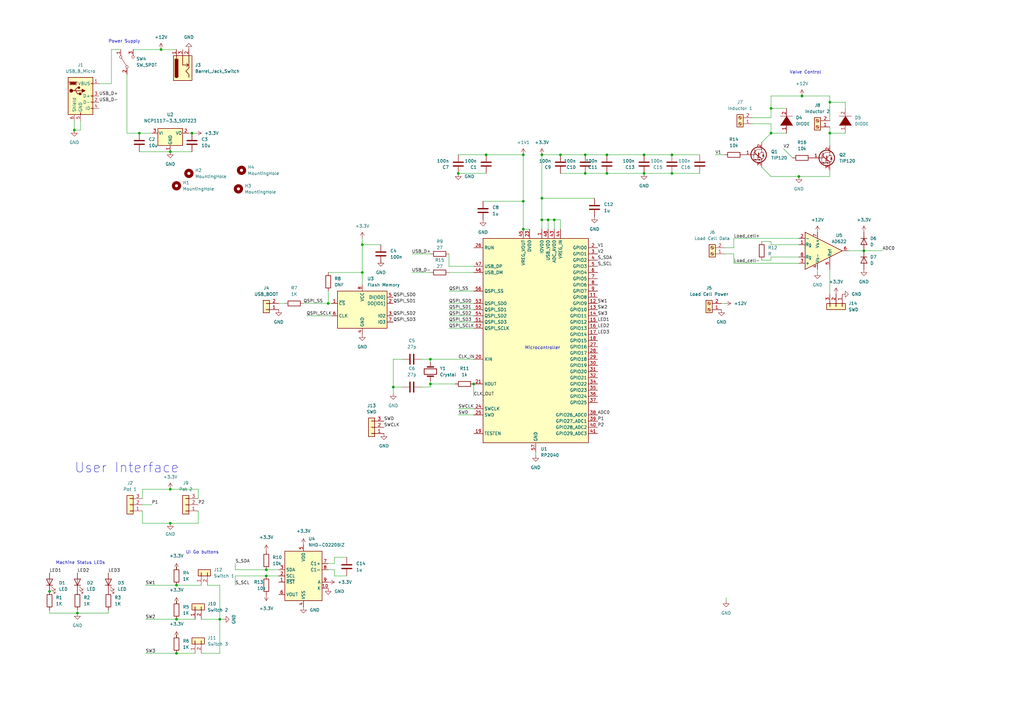
<source format=kicad_sch>
(kicad_sch (version 20211123) (generator eeschema)
  (paper "A3")
  (lib_symbols
    (symbol "Amplifier_Instrumentation:AD620" (pin_names (offset 0.127))
      (property "Reference" "U" (at 3.81 7.62 0))
      (property "Value" "AD620" (at 5.08 5.08 0))
      (symbol "AD620_1_1"
        (pin passive line (at -10.16 2.54 0) (length 2.54) (name "Rg") (number "1"))
        (pin input line (at -10.16 5.08 0) (length 2.54) (name "-") (number "2"))
        (pin input line (at -10.16 -5.08 0) (length 2.54) (name "+") (number "3"))
        (pin power_in line (at -2.54 -7.62 90) (length 2.54) (name "Vs-") (number "4"))
        (pin passive line (at 2.54 -7.62 90) (length 5.08) (name "Ref") (number "5"))
        (pin output line (at 10.16 0 180) (length 2.54) (name "~") (number "6"))
        (pin power_in line (at -2.54 7.62 270) (length 2.54) (name "Vs+") (number "7"))
        (pin passive line (at -10.16 -2.54 0) (length 2.54) (name "Rg") (number "8"))
      )
    )
    (symbol "Connector:Barrel_Jack_Switch" (pin_names hide)
      (property "Reference" "J" (at 0 5.334 0))
      (property "Value" "Barrel_Jack_Switch" (at 0 -5.08 0))
      (symbol "Barrel_Jack_Switch_1_1"
        (pin passive line (at 7.62 2.54 180) (length 2.54) (name "~") (number "1"))
        (pin passive line (at 7.62 -2.54 180) (length 2.54) (name "~") (number "2"))
        (pin passive line (at 7.62 0 180) (length 2.54) (name "~") (number "3"))
      )
    )
    (symbol "Connector:Screw_Terminal_01x02" (pin_names (offset 1.016) hide)
      (property "Reference" "J" (at 0 2.54 0))
      (property "Value" "Screw_Terminal_01x02" (at 0 -5.08 0))
      (symbol "Screw_Terminal_01x02_1_1"
        (pin passive line (at -5.08 0 0) (length 3.81) (name "Pin_1") (number "1"))
        (pin passive line (at -5.08 -2.54 0) (length 3.81) (name "Pin_2") (number "2"))
      )
    )
    (symbol "Connector:USB_B_Micro" (pin_names (offset 1.016))
      (property "Reference" "J" (at -5.08 11.43 0))
      (property "Value" "USB_B_Micro" (at -5.08 8.89 0))
      (symbol "USB_B_Micro_1_1"
        (pin power_out line (at 7.62 5.08 180) (length 2.54) (name "VBUS") (number "1"))
        (pin bidirectional line (at 7.62 -2.54 180) (length 2.54) (name "D-") (number "2"))
        (pin bidirectional line (at 7.62 0 180) (length 2.54) (name "D+") (number "3"))
        (pin passive line (at 7.62 -5.08 180) (length 2.54) (name "ID") (number "4"))
        (pin power_out line (at 0 -10.16 90) (length 2.54) (name "GND") (number "5"))
        (pin passive line (at -2.54 -10.16 90) (length 2.54) (name "Shield") (number "6"))
      )
    )
    (symbol "Connector_Generic:Conn_01x02" (pin_names (offset 1.016) hide)
      (property "Reference" "J" (at 0 2.54 0))
      (property "Value" "Conn_01x02" (at 0 -5.08 0))
      (symbol "Conn_01x02_1_1"
        (pin passive line (at -5.08 0 0) (length 3.81) (name "Pin_1") (number "1"))
        (pin passive line (at -5.08 -2.54 0) (length 3.81) (name "Pin_2") (number "2"))
      )
    )
    (symbol "Connector_Generic:Conn_01x03" (pin_names (offset 1.016) hide)
      (property "Reference" "J" (at 0 5.08 0))
      (property "Value" "Conn_01x03" (at 0 -5.08 0))
      (symbol "Conn_01x03_1_1"
        (pin passive line (at -5.08 2.54 0) (length 3.81) (name "Pin_1") (number "1"))
        (pin passive line (at -5.08 0 0) (length 3.81) (name "Pin_2") (number "2"))
        (pin passive line (at -5.08 -2.54 0) (length 3.81) (name "Pin_3") (number "3"))
      )
    )
    (symbol "Device:C" (pin_numbers hide) (pin_names (offset 0.254))
      (property "Reference" "C" (at 0.635 2.54 0))
      (property "Value" "C" (at 0.635 -2.54 0))
      (symbol "C_1_1"
        (pin passive line (at 0 3.81 270) (length 2.794) (name "~") (number "1"))
        (pin passive line (at 0 -3.81 90) (length 2.794) (name "~") (number "2"))
      )
    )
    (symbol "Device:Crystal" (pin_numbers hide) (pin_names (offset 1.016) hide)
      (property "Reference" "Y" (at 0 3.81 0))
      (property "Value" "Crystal" (at 0 -3.81 0))
      (symbol "Crystal_1_1"
        (pin passive line (at -3.81 0 0) (length 1.27) (name "1") (number "1"))
        (pin passive line (at 3.81 0 180) (length 1.27) (name "2") (number "2"))
      )
    )
    (symbol "Device:D" (pin_numbers hide) (pin_names (offset 1.016) hide)
      (property "Reference" "D" (at 0 2.54 0))
      (property "Value" "D" (at 0 -2.54 0))
      (symbol "D_1_1"
        (pin passive line (at -3.81 0 0) (length 2.54) (name "K") (number "1"))
        (pin passive line (at 3.81 0 180) (length 2.54) (name "A") (number "2"))
      )
    )
    (symbol "Device:LED" (pin_numbers hide) (pin_names (offset 1.016) hide)
      (property "Reference" "D" (at 0 2.54 0))
      (property "Value" "LED" (at 0 -2.54 0))
      (symbol "LED_1_1"
        (pin passive line (at -3.81 0 0) (length 2.54) (name "K") (number "1"))
        (pin passive line (at 3.81 0 180) (length 2.54) (name "A") (number "2"))
      )
    )
    (symbol "Device:R" (pin_numbers hide) (pin_names (offset 0))
      (property "Reference" "R" (at 2.032 0 90))
      (property "Value" "R" (at 0 0 90))
      (symbol "R_1_1"
        (pin passive line (at 0 3.81 270) (length 1.27) (name "~") (number "1"))
        (pin passive line (at 0 -3.81 90) (length 1.27) (name "~") (number "2"))
      )
    )
    (symbol "Display_Character:NHD-C0220BIZ"
      (property "Reference" "U" (at -6.35 11.43 0))
      (property "Value" "NHD-C0220BIZ" (at 8.89 11.43 0))
      (symbol "NHD-C0220BIZ_1_1"
        (pin input line (at -10.16 -2.54 0) (length 2.54) (name "~{RST}") (number "1"))
        (pin passive line (at 10.16 -5.08 180) (length 2.54) (name "K") (number "10"))
        (pin input line (at -10.16 0 0) (length 2.54) (name "SCL") (number "2"))
        (pin bidirectional line (at -10.16 2.54 0) (length 2.54) (name "SDA") (number "3"))
        (pin power_in line (at 0 -12.7 90) (length 2.54) (name "VSS") (number "4"))
        (pin power_in line (at 0 12.7 270) (length 2.54) (name "VDD") (number "5"))
        (pin passive line (at -10.16 -7.62 0) (length 2.54) (name "VOUT") (number "6"))
        (pin passive line (at 10.16 5.08 180) (length 2.54) (name "C1+") (number "7"))
        (pin passive line (at 10.16 2.54 180) (length 2.54) (name "C1-") (number "8"))
        (pin passive line (at 10.16 -2.54 180) (length 2.54) (name "A") (number "9"))
      )
    )
    (symbol "MCU_RaspberryPi:RP2040"
      (property "Reference" "U" (at 17.78 45.72 0))
      (property "Value" "RP2040" (at 17.78 43.18 0))
      (symbol "RP2040_1_1"
        (pin power_in line (at 2.54 45.72 270) (length 3.81) (name "IOVDD") (number "1"))
        (pin passive line (at 2.54 45.72 270) (length 3.81) hide (name "IOVDD") (number "10"))
        (pin bidirectional line (at 25.4 17.78 180) (length 3.81) (name "GPIO8") (number "11"))
        (pin bidirectional line (at 25.4 15.24 180) (length 3.81) (name "GPIO9") (number "12"))
        (pin bidirectional line (at 25.4 12.7 180) (length 3.81) (name "GPIO10") (number "13"))
        (pin bidirectional line (at 25.4 10.16 180) (length 3.81) (name "GPIO11") (number "14"))
        (pin bidirectional line (at 25.4 7.62 180) (length 3.81) (name "GPIO12") (number "15"))
        (pin bidirectional line (at 25.4 5.08 180) (length 3.81) (name "GPIO13") (number "16"))
        (pin bidirectional line (at 25.4 2.54 180) (length 3.81) (name "GPIO14") (number "17"))
        (pin bidirectional line (at 25.4 0 180) (length 3.81) (name "GPIO15") (number "18"))
        (pin input line (at -25.4 -38.1 0) (length 3.81) (name "TESTEN") (number "19"))
        (pin bidirectional line (at 25.4 38.1 180) (length 3.81) (name "GPIO0") (number "2"))
        (pin input line (at -25.4 -7.62 0) (length 3.81) (name "XIN") (number "20"))
        (pin passive line (at -25.4 -17.78 0) (length 3.81) (name "XOUT") (number "21"))
        (pin passive line (at 2.54 45.72 270) (length 3.81) hide (name "IOVDD") (number "22"))
        (pin power_in line (at -2.54 45.72 270) (length 3.81) (name "DVDD") (number "23"))
        (pin output line (at -25.4 -27.94 0) (length 3.81) (name "SWCLK") (number "24"))
        (pin bidirectional line (at -25.4 -30.48 0) (length 3.81) (name "SWD") (number "25"))
        (pin input line (at -25.4 38.1 0) (length 3.81) (name "RUN") (number "26"))
        (pin bidirectional line (at 25.4 -2.54 180) (length 3.81) (name "GPIO16") (number "27"))
        (pin bidirectional line (at 25.4 -5.08 180) (length 3.81) (name "GPIO17") (number "28"))
        (pin bidirectional line (at 25.4 -7.62 180) (length 3.81) (name "GPIO18") (number "29"))
        (pin bidirectional line (at 25.4 35.56 180) (length 3.81) (name "GPIO1") (number "3"))
        (pin bidirectional line (at 25.4 -10.16 180) (length 3.81) (name "GPIO19") (number "30"))
        (pin bidirectional line (at 25.4 -12.7 180) (length 3.81) (name "GPIO20") (number "31"))
        (pin bidirectional line (at 25.4 -15.24 180) (length 3.81) (name "GPIO21") (number "32"))
        (pin passive line (at 2.54 45.72 270) (length 3.81) hide (name "IOVDD") (number "33"))
        (pin bidirectional line (at 25.4 -17.78 180) (length 3.81) (name "GPIO22") (number "34"))
        (pin bidirectional line (at 25.4 -20.32 180) (length 3.81) (name "GPIO23") (number "35"))
        (pin bidirectional line (at 25.4 -22.86 180) (length 3.81) (name "GPIO24") (number "36"))
        (pin bidirectional line (at 25.4 -25.4 180) (length 3.81) (name "GPIO25") (number "37"))
        (pin bidirectional line (at 25.4 -30.48 180) (length 3.81) (name "GPIO26_ADC0") (number "38"))
        (pin bidirectional line (at 25.4 -33.02 180) (length 3.81) (name "GPIO27_ADC1") (number "39"))
        (pin bidirectional line (at 25.4 33.02 180) (length 3.81) (name "GPIO2") (number "4"))
        (pin bidirectional line (at 25.4 -35.56 180) (length 3.81) (name "GPIO28_ADC2") (number "40"))
        (pin bidirectional line (at 25.4 -38.1 180) (length 3.81) (name "GPIO29_ADC3") (number "41"))
        (pin passive line (at 2.54 45.72 270) (length 3.81) hide (name "IOVDD") (number "42"))
        (pin power_in line (at 7.62 45.72 270) (length 3.81) (name "ADC_AVDD") (number "43"))
        (pin power_in line (at 10.16 45.72 270) (length 3.81) (name "VREG_IN") (number "44"))
        (pin power_out line (at -5.08 45.72 270) (length 3.81) (name "VREG_VOUT") (number "45"))
        (pin bidirectional line (at -25.4 27.94 0) (length 3.81) (name "USB_DM") (number "46"))
        (pin bidirectional line (at -25.4 30.48 0) (length 3.81) (name "USB_DP") (number "47"))
        (pin power_in line (at 5.08 45.72 270) (length 3.81) (name "USB_VDD") (number "48"))
        (pin passive line (at 2.54 45.72 270) (length 3.81) hide (name "IOVDD") (number "49"))
        (pin bidirectional line (at 25.4 30.48 180) (length 3.81) (name "GPIO3") (number "5"))
        (pin passive line (at -2.54 45.72 270) (length 3.81) hide (name "DVDD") (number "50"))
        (pin bidirectional line (at -25.4 7.62 0) (length 3.81) (name "QSPI_SD3") (number "51"))
        (pin output line (at -25.4 5.08 0) (length 3.81) (name "QSPI_SCLK") (number "52"))
        (pin bidirectional line (at -25.4 15.24 0) (length 3.81) (name "QSPI_SD0") (number "53"))
        (pin bidirectional line (at -25.4 10.16 0) (length 3.81) (name "QSPI_SD2") (number "54"))
        (pin bidirectional line (at -25.4 12.7 0) (length 3.81) (name "QSPI_SD1") (number "55"))
        (pin bidirectional line (at -25.4 20.32 0) (length 3.81) (name "QSPI_SS") (number "56"))
        (pin power_in line (at 0 -45.72 90) (length 3.81) (name "GND") (number "57"))
        (pin bidirectional line (at 25.4 27.94 180) (length 3.81) (name "GPIO4") (number "6"))
        (pin bidirectional line (at 25.4 25.4 180) (length 3.81) (name "GPIO5") (number "7"))
        (pin bidirectional line (at 25.4 22.86 180) (length 3.81) (name "GPIO6") (number "8"))
        (pin bidirectional line (at 25.4 20.32 180) (length 3.81) (name "GPIO7") (number "9"))
      )
    )
    (symbol "Mechanical:MountingHole" (pin_names (offset 1.016))
      (property "Reference" "H" (at 0 5.08 0))
      (property "Value" "MountingHole" (at 0 3.175 0))
    )
    (symbol "Memory_Flash:W25Q32JVSS"
      (property "Reference" "U" (at -8.89 8.89 0))
      (property "Value" "W25Q32JVSS" (at 7.62 8.89 0))
      (symbol "W25Q32JVSS_1_1"
        (pin input line (at -12.7 2.54 0) (length 2.54) (name "~{CS}") (number "1"))
        (pin bidirectional line (at 12.7 2.54 180) (length 2.54) (name "DO(IO1)") (number "2"))
        (pin bidirectional line (at 12.7 -2.54 180) (length 2.54) (name "IO2") (number "3"))
        (pin power_in line (at 0 -10.16 90) (length 2.54) (name "GND") (number "4"))
        (pin bidirectional line (at 12.7 5.08 180) (length 2.54) (name "DI(IO0)") (number "5"))
        (pin input line (at -12.7 -2.54 0) (length 2.54) (name "CLK") (number "6"))
        (pin bidirectional line (at 12.7 -5.08 180) (length 2.54) (name "IO3") (number "7"))
        (pin power_in line (at 0 10.16 270) (length 2.54) (name "VCC") (number "8"))
      )
    )
    (symbol "Regulator_Linear:NCP1117-3.3_SOT223" (pin_names (offset 0.254))
      (property "Reference" "U" (at -3.81 3.175 0))
      (property "Value" "NCP1117-3.3_SOT223" (at 0 3.175 0))
      (symbol "NCP1117-3.3_SOT223_1_1"
        (pin power_in line (at 0 -7.62 90) (length 2.54) (name "GND") (number "1"))
        (pin power_out line (at 7.62 0 180) (length 2.54) (name "VO") (number "2"))
        (pin power_in line (at -7.62 0 0) (length 2.54) (name "VI") (number "3"))
      )
    )
    (symbol "Switch:SW_SPDT" (pin_names (offset 0) hide)
      (property "Reference" "SW" (at 0 4.318 0))
      (property "Value" "SW_SPDT" (at 0 -5.08 0))
      (symbol "SW_SPDT_1_1"
        (pin passive line (at 5.08 2.54 180) (length 2.54) (name "A") (number "1"))
        (pin passive line (at -5.08 0 0) (length 2.54) (name "B") (number "2"))
        (pin passive line (at 5.08 -2.54 180) (length 2.54) (name "C") (number "3"))
      )
    )
    (symbol "Transistor_BJT:TIP120" (pin_names (offset 0) hide)
      (property "Reference" "Q" (at 5.08 1.905 0))
      (property "Value" "TIP120" (at 5.08 0 0))
      (symbol "TIP120_1_1"
        (pin input line (at -5.08 0 0) (length 3.81) (name "B") (number "1"))
        (pin passive line (at 2.54 5.08 270) (length 2.667) (name "C") (number "2"))
        (pin passive line (at 2.54 -5.08 90) (length 2.54) (name "E") (number "3"))
      )
    )
    (symbol "power:+12V" (power) (pin_names (offset 0))
      (property "Value" "+12V" (at 0 3.556 0))
      (symbol "+12V_1_1"
        (pin power_in line (at 0 0 90) (length 0) hide (name "+12V") (number "1"))
      )
    )
    (symbol "power:+1V1" (power) (pin_names (offset 0))
      (property "Value" "+1.1V" (at 0 5.08 0))
      (symbol "+1V1_1_1"
        (pin power_in line (at 0 0 90) (length 0) hide (name "+1V1") (number "1"))
      )
    )
    (symbol "power:+3.3V" (power) (pin_names (offset 0))
      (property "Value" "+3.3V" (at 0 3.556 0))
      (symbol "+3.3V_1_1"
        (pin power_in line (at 0 0 90) (length 0) hide (name "+3.3V") (number "1"))
      )
    )
    (symbol "power:GND" (power) (pin_names (offset 0))
      (property "Value" "GND" (at 0 -3.81 0))
      (symbol "GND_1_1"
        (pin power_in line (at 0 0 270) (length 0) hide (name "GND") (number "1"))
      )
    )
    (symbol "pspice:DIODE" (pin_names (offset 1.016) hide)
      (property "Reference" "D" (at 0 3.81 0))
      (property "Value" "DIODE" (at 0 -4.445 0))
      (symbol "DIODE_1_1"
        (pin input line (at -5.08 0 0) (length 3.81) (name "K") (number "1"))
        (pin input line (at 5.08 0 180) (length 3.81) (name "A") (number "2"))
      )
    )
  )
  (junction (at 248.92 71.12))
  (junction (at 194.31 157.48))
  (junction (at 69.85 214.63))
  (junction (at 187.96 71.12))
  (junction (at 176.53 157.48))
  (junction (at 69.85 62.23))
  (junction (at 240.03 71.12))
  (junction (at 31.75 251.46))
  (junction (at 316.23 54.61))
  (junction (at 229.87 63.5))
  (junction (at 214.63 93.98))
  (junction (at 148.59 100.33))
  (junction (at 222.25 63.5))
  (junction (at 30.48 53.34))
  (junction (at 90.17 254))
  (junction (at 109.22 236.22))
  (junction (at 134.62 124.46))
  (junction (at 240.03 63.5))
  (junction (at 72.39 254))
  (junction (at 275.59 71.12))
  (junction (at 264.16 71.12))
  (junction (at 161.29 158.75))
  (junction (at 109.22 233.68))
  (junction (at 340.36 54.61))
  (junction (at 72.39 267.97))
  (junction (at 222.25 90.17))
  (junction (at 176.53 147.32))
  (junction (at 20.32 242.57))
  (junction (at 214.63 82.55))
  (junction (at 72.39 240.03))
  (junction (at 354.33 102.87))
  (junction (at 66.04 20.32))
  (junction (at 328.93 39.37))
  (junction (at 248.92 63.5))
  (junction (at 69.85 200.66))
  (junction (at 199.39 63.5))
  (junction (at 57.15 54.61))
  (junction (at 340.36 41.91))
  (junction (at 78.74 54.61))
  (junction (at 264.16 63.5))
  (junction (at 275.59 63.5))
  (junction (at 148.59 111.76))
  (junction (at 222.25 81.28))
  (junction (at 316.23 44.45))
  (junction (at 227.33 90.17))
  (junction (at 327.66 72.39))
  (junction (at 214.63 63.5))
  (junction (at 224.79 90.17))
  (wire (pts (xy 176.53 158.75) (xy 176.53 157.48)))
  (wire (pts (xy 109.22 236.22) (xy 96.52 236.22)))
  (wire (pts (xy 96.52 233.68) (xy 109.22 233.68)))
  (wire (pts (xy 124.46 124.46) (xy 134.62 124.46)))
  (wire (pts (xy 134.62 124.46) (xy 135.89 124.46)))
  (wire (pts (xy 222.25 81.28) (xy 222.25 90.17)))
  (wire (pts (xy 229.87 71.12) (xy 240.03 71.12)))
  (wire (pts (xy 66.04 20.32) (xy 54.61 20.32)))
  (wire (pts (xy 316.23 44.45) (xy 322.58 44.45)))
  (wire (pts (xy 340.36 41.91) (xy 346.71 41.91)))
  (wire (pts (xy 59.69 254) (xy 72.39 254)))
  (wire (pts (xy 327.66 105.41) (xy 316.23 105.41)))
  (wire (pts (xy 187.96 167.64) (xy 194.31 167.64)))
  (wire (pts (xy 297.18 104.14) (xy 300.99 104.14)))
  (wire (pts (xy 222.25 63.5) (xy 222.25 81.28)))
  (wire (pts (xy 176.53 157.48) (xy 186.69 157.48)))
  (wire (pts (xy 90.17 240.03) (xy 90.17 254)))
  (wire (pts (xy 214.63 93.98) (xy 217.17 93.98)))
  (wire (pts (xy 82.55 254) (xy 90.17 254)))
  (wire (pts (xy 90.17 254) (xy 91.44 254)))
  (wire (pts (xy 57.15 62.23) (xy 69.85 62.23)))
  (wire (pts (xy 58.42 209.55) (xy 58.42 214.63)))
  (wire (pts (xy 45.72 20.32) (xy 49.53 20.32)))
  (wire (pts (xy 184.15 119.38) (xy 194.31 119.38)))
  (wire (pts (xy 340.36 39.37) (xy 340.36 41.91)))
  (wire (pts (xy 72.39 240.03) (xy 82.55 240.03)))
  (wire (pts (xy 31.75 251.46) (xy 44.45 251.46)))
  (wire (pts (xy 264.16 71.12) (xy 275.59 71.12)))
  (wire (pts (xy 57.15 54.61) (xy 62.23 54.61)))
  (wire (pts (xy 316.23 48.26) (xy 308.61 48.26)))
  (wire (pts (xy 316.23 44.45) (xy 316.23 48.26)))
  (wire (pts (xy 31.75 250.19) (xy 31.75 251.46)))
  (wire (pts (xy 340.36 52.07) (xy 340.36 54.61)))
  (wire (pts (xy 72.39 254) (xy 80.01 254)))
  (wire (pts (xy 275.59 63.5) (xy 287.02 63.5)))
  (wire (pts (xy 340.36 110.49) (xy 340.36 120.65)))
  (wire (pts (xy 96.52 236.22) (xy 96.52 240.03)))
  (wire (pts (xy 312.42 68.58) (xy 316.23 72.39)))
  (wire (pts (xy 347.98 102.87) (xy 354.33 102.87)))
  (wire (pts (xy 168.91 104.14) (xy 176.53 104.14)))
  (wire (pts (xy 82.55 267.97) (xy 90.17 267.97)))
  (wire (pts (xy 340.36 41.91) (xy 340.36 49.53)))
  (wire (pts (xy 300.99 104.14) (xy 300.99 107.95)))
  (wire (pts (xy 297.815 246.38) (xy 297.815 245.11)))
  (wire (pts (xy 59.69 240.03) (xy 72.39 240.03)))
  (wire (pts (xy 165.1 147.32) (xy 161.29 147.32)))
  (wire (pts (xy 109.22 233.68) (xy 114.3 233.68)))
  (wire (pts (xy 134.62 233.68) (xy 137.16 233.68)))
  (wire (pts (xy 66.04 20.32) (xy 72.39 20.32)))
  (wire (pts (xy 184.15 132.08) (xy 194.31 132.08)))
  (wire (pts (xy 316.23 44.45) (xy 316.23 39.37)))
  (wire (pts (xy 58.42 214.63) (xy 69.85 214.63)))
  (wire (pts (xy 69.85 214.63) (xy 81.28 214.63)))
  (wire (pts (xy 134.62 231.14) (xy 137.16 231.14)))
  (wire (pts (xy 148.59 100.33) (xy 156.21 100.33)))
  (wire (pts (xy 300.99 107.95) (xy 327.66 107.95)))
  (wire (pts (xy 52.07 30.48) (xy 52.07 54.61)))
  (wire (pts (xy 156.21 106.68) (xy 156.21 107.95)))
  (wire (pts (xy 184.15 127) (xy 194.31 127)))
  (wire (pts (xy 240.03 63.5) (xy 248.92 63.5)))
  (wire (pts (xy 90.17 267.97) (xy 90.17 254)))
  (wire (pts (xy 316.23 105.41) (xy 316.23 106.68)))
  (wire (pts (xy 248.92 63.5) (xy 264.16 63.5)))
  (wire (pts (xy 316.23 50.8) (xy 308.61 50.8)))
  (wire (pts (xy 219.71 186.69) (xy 219.71 185.42)))
  (wire (pts (xy 194.31 162.56) (xy 194.31 157.48)))
  (wire (pts (xy 199.39 63.5) (xy 214.63 63.5)))
  (wire (pts (xy 248.92 71.12) (xy 264.16 71.12)))
  (wire (pts (xy 72.39 232.41) (xy 72.39 233.68)))
  (wire (pts (xy 264.16 63.5) (xy 275.59 63.5)))
  (wire (pts (xy 148.59 100.33) (xy 148.59 111.76)))
  (wire (pts (xy 316.23 39.37) (xy 328.93 39.37)))
  (wire (pts (xy 33.02 49.53) (xy 33.02 53.34)))
  (wire (pts (xy 316.23 54.61) (xy 322.58 54.61)))
  (wire (pts (xy 72.39 260.35) (xy 72.39 261.62)))
  (wire (pts (xy 137.16 228.6) (xy 142.24 228.6)))
  (wire (pts (xy 161.29 158.75) (xy 165.1 158.75)))
  (wire (pts (xy 346.71 41.91) (xy 346.71 44.45)))
  (wire (pts (xy 187.96 63.5) (xy 199.39 63.5)))
  (wire (pts (xy 85.09 240.03) (xy 90.17 240.03)))
  (wire (pts (xy 184.15 129.54) (xy 194.31 129.54)))
  (wire (pts (xy 214.63 63.5) (xy 214.63 82.55)))
  (wire (pts (xy 30.48 49.53) (xy 30.48 53.34)))
  (wire (pts (xy 114.3 124.46) (xy 116.84 124.46)))
  (wire (pts (xy 229.87 90.17) (xy 227.33 90.17)))
  (wire (pts (xy 78.74 54.61) (xy 77.47 54.61)))
  (wire (pts (xy 316.23 72.39) (xy 327.66 72.39)))
  (wire (pts (xy 316.23 99.06) (xy 312.42 99.06)))
  (wire (pts (xy 327.66 72.39) (xy 340.36 72.39)))
  (wire (pts (xy 229.87 90.17) (xy 229.87 93.98)))
  (wire (pts (xy 340.36 69.85) (xy 340.36 72.39)))
  (wire (pts (xy 224.79 90.17) (xy 222.25 90.17)))
  (wire (pts (xy 45.72 20.32) (xy 45.72 34.29)))
  (wire (pts (xy 227.33 90.17) (xy 224.79 90.17)))
  (wire (pts (xy 354.33 102.87) (xy 361.95 102.87)))
  (wire (pts (xy 137.16 231.14) (xy 137.16 228.6)))
  (wire (pts (xy 148.59 97.79) (xy 148.59 100.33)))
  (wire (pts (xy 335.28 111.76) (xy 335.28 110.49)))
  (wire (pts (xy 214.63 82.55) (xy 214.63 93.98)))
  (wire (pts (xy 184.15 111.76) (xy 194.31 111.76)))
  (wire (pts (xy 297.18 101.6) (xy 300.99 101.6)))
  (wire (pts (xy 137.16 233.68) (xy 137.16 236.22)))
  (wire (pts (xy 44.45 251.46) (xy 44.45 250.19)))
  (wire (pts (xy 295.91 124.46) (xy 297.18 124.46)))
  (wire (pts (xy 134.62 119.38) (xy 134.62 124.46)))
  (wire (pts (xy 224.79 93.98) (xy 224.79 90.17)))
  (wire (pts (xy 161.29 147.32) (xy 161.29 158.75)))
  (wire (pts (xy 69.85 62.23) (xy 78.74 62.23)))
  (wire (pts (xy 327.66 100.33) (xy 316.23 100.33)))
  (wire (pts (xy 20.32 251.46) (xy 31.75 251.46)))
  (wire (pts (xy 168.91 111.76) (xy 176.53 111.76)))
  (wire (pts (xy 80.01 54.61) (xy 78.74 54.61)))
  (wire (pts (xy 69.85 200.66) (xy 81.28 200.66)))
  (wire (pts (xy 176.53 147.32) (xy 176.53 148.59)))
  (wire (pts (xy 58.42 207.01) (xy 62.23 207.01)))
  (wire (pts (xy 222.25 81.28) (xy 243.84 81.28)))
  (wire (pts (xy 293.37 63.5) (xy 297.18 63.5)))
  (wire (pts (xy 125.73 129.54) (xy 135.89 129.54)))
  (wire (pts (xy 40.64 34.29) (xy 45.72 34.29)))
  (wire (pts (xy 187.96 170.18) (xy 194.31 170.18)))
  (wire (pts (xy 96.52 233.68) (xy 96.52 231.14)))
  (wire (pts (xy 52.07 54.61) (xy 57.15 54.61)))
  (wire (pts (xy 316.23 50.8) (xy 316.23 54.61)))
  (wire (pts (xy 300.99 101.6) (xy 300.99 97.79)))
  (wire (pts (xy 20.32 242.57) (xy 20.32 242.5959)))
  (wire (pts (xy 72.39 246.38) (xy 72.39 247.65)))
  (wire (pts (xy 20.32 250.19) (xy 20.32 251.46)))
  (wire (pts (xy 81.28 200.66) (xy 81.28 204.47)))
  (wire (pts (xy 300.99 97.79) (xy 327.66 97.79)))
  (wire (pts (xy 134.62 111.76) (xy 148.59 111.76)))
  (wire (pts (xy 321.31 60.96) (xy 325.12 64.77)))
  (wire (pts (xy 229.87 63.5) (xy 240.03 63.5)))
  (wire (pts (xy 240.03 71.12) (xy 248.92 71.12)))
  (wire (pts (xy 340.36 54.61) (xy 340.36 59.69)))
  (wire (pts (xy 58.42 200.66) (xy 69.85 200.66)))
  (wire (pts (xy 137.16 236.22) (xy 142.24 236.22)))
  (wire (pts (xy 199.39 71.12) (xy 187.96 71.12)))
  (wire (pts (xy 161.29 158.75) (xy 161.29 161.29)))
  (wire (pts (xy 81.28 209.55) (xy 81.28 214.63)))
  (wire (pts (xy 58.42 200.66) (xy 58.42 204.47)))
  (wire (pts (xy 316.23 54.61) (xy 312.42 58.42)))
  (wire (pts (xy 148.59 111.76) (xy 148.59 116.84)))
  (wire (pts (xy 328.93 39.37) (xy 340.36 39.37)))
  (wire (pts (xy 184.15 104.14) (xy 184.15 109.22)))
  (wire (pts (xy 176.53 147.32) (xy 194.31 147.32)))
  (wire (pts (xy 198.12 82.55) (xy 214.63 82.55)))
  (wire (pts (xy 172.72 158.75) (xy 176.53 158.75)))
  (wire (pts (xy 172.72 147.32) (xy 176.53 147.32)))
  (wire (pts (xy 275.59 71.12) (xy 287.02 71.12)))
  (wire (pts (xy 176.53 157.48) (xy 176.53 156.21)))
  (wire (pts (xy 316.23 100.33) (xy 316.23 99.06)))
  (wire (pts (xy 33.02 53.34) (xy 30.48 53.34)))
  (wire (pts (xy 114.3 236.22) (xy 109.22 236.22)))
  (wire (pts (xy 184.15 124.46) (xy 194.31 124.46)))
  (wire (pts (xy 59.69 267.97) (xy 72.39 267.97)))
  (wire (pts (xy 72.39 267.97) (xy 80.01 267.97)))
  (wire (pts (xy 312.42 106.68) (xy 316.23 106.68)))
  (wire (pts (xy 227.33 93.98) (xy 227.33 90.17)))
  (wire (pts (xy 222.25 63.5) (xy 229.87 63.5)))
  (wire (pts (xy 184.15 109.22) (xy 194.31 109.22)))
  (wire (pts (xy 340.36 54.61) (xy 346.71 54.61)))
  (wire (pts (xy 222.25 90.17) (xy 222.25 93.98)))
  (wire (pts (xy 184.15 134.62) (xy 194.31 134.62)))
  (text "Machine Status LEDs\n\n" (at 22.86 233.68 0) (effects (font (size 1.27 1.27)) (justify left bottom)))
  (text "Microcontroller\n" (at 215.265 143.51 0) (effects (font (size 1.27 1.27)) (justify left bottom)))
  (text "Power Supply\n" (at 44.45 17.78 0) (effects (font (size 1.27 1.27)) (justify left bottom)))
  (text "Valve Control\n" (at 323.85 30.48 0) (effects (font (size 1.27 1.27)) (justify left bottom)))
  (text "User Interface\n" (at 30.48 194.31 0) (effects (font (size 4 4)) (justify left bottom)))
  (text "UI Go buttons\n" (at 76.2 227.33 0) (effects (font (size 1.27 1.27)) (justify left bottom)))
  (label "QSPI_SS" (at 184.15 119.38 0))
  (label "P2" (at 81.28 207.01 0))
  (label "USB_D+" (at 168.91 104.14 0))
  (label "SW2" (at 245.11 127 0))
  (label "P1" (at 62.23 207.01 0))
  (label "S_SCL" (at 245.11 109.22 0))
  (label "QSPI_SD3" (at 161.29 132.08 0))
  (label "SWD" (at 187.96 170.18 0))
  (label "LED3" (at 44.45 234.95 0))
  (label "SW1" (at 245.11 124.46 0))
  (label "QSPI_SD1" (at 184.15 127 0))
  (label "QSPI_SD3" (at 184.15 132.08 0))
  (label "P1" (at 245.11 172.72 0))
  (label "V1" (at 293.37 63.5 0))
  (label "LED3" (at 245.11 137.16 0))
  (label "QSPI_SCLK" (at 125.73 129.54 0))
  (label "SW2" (at 59.69 254 0))
  (label "CLK_IN" (at 187.96 147.32 0))
  (label "LED1" (at 20.32 234.95 0))
  (label "V2" (at 321.31 60.96 0))
  (label "Load_cell-" (at 300.99 107.95 0))
  (label "SW3" (at 245.11 129.54 0))
  (label "QSPI_SD0" (at 161.29 121.92 0))
  (label "LED1" (at 245.11 132.08 0))
  (label "QSPI_SD2" (at 184.15 129.54 0))
  (label "USB_D+" (at 40.64 39.37 0))
  (label "SWCLK" (at 157.48 175.26 0))
  (label "SWD" (at 157.48 172.72 0))
  (label "QSPI_SD0" (at 184.15 124.46 0))
  (label "QSPI_SD2" (at 161.29 129.54 0))
  (label "Load_cell+" (at 300.99 97.79 0))
  (label "QSPI_SS" (at 124.46 124.46 0))
  (label "LED2" (at 245.11 134.62 0))
  (label "QSPI_SD1" (at 161.29 124.46 0))
  (label "USB_D-" (at 40.64 41.91 0))
  (label "LED2" (at 31.75 234.95 0))
  (label "S_SDA" (at 96.52 231.14 0))
  (label "ADC0" (at 361.95 102.87 0))
  (label "SW1" (at 59.69 240.03 0))
  (label "USB_D-" (at 168.91 111.76 0))
  (label "SWCLK" (at 187.96 167.64 0))
  (label "S_SDA" (at 245.11 106.68 0))
  (label "QSPI_SCLK" (at 184.15 134.62 0))
  (label "V2" (at 245.11 104.14 0))
  (label "S_SCL" (at 96.52 240.03 0))
  (label "P2" (at 245.11 175.26 0))
  (label "SW3" (at 59.69 267.97 0))
  (label "CLK_OUT" (at 194.31 162.56 0))
  (label "V1" (at 245.11 101.6 0))
  (label "ADC0" (at 245.11 170.18 0))
  (symbol (lib_id "power:+12V") (at 297.18 124.46 270) (unit 1)
    (property "Reference" "#PWR0136" (effects hide))
    (property "Value" "+12V" (at 300.99 124.4599 90) (effects (justify left)))
  )
  (symbol (lib_id "Device:C") (at 187.96 67.31 180) (unit 1)
    (property "Reference" "C7" (at 184.15 68.5801 0) (effects (justify left)))
    (property "Value" "100n" (at 184.15 66.0401 0) (effects (justify left)))
    (property "Footprint" "Capacitor_SMD:C_0402_1005Metric" (effects hide))
  )
  (symbol (lib_id "Device:D") (at 354.33 99.06 270) (unit 1)
    (property "Reference" "D6" (at 356.87 97.7899 90) (effects (justify left)))
    (property "Value" "D" (at 356.87 100.3299 90) (effects (justify left)))
    (property "Footprint" "Diode_THT:D_5W_P5.08mm_Vertical_AnodeUp" (effects hide))
  )
  (symbol (lib_id "power:+3.3V") (at 134.62 238.76 270) (unit 1)
    (property "Reference" "#PWR0111" (effects hide))
    (property "Value" "+3.3V" (at 138.43 238.7599 90) (effects (justify left)))
  )
  (symbol (lib_id "power:GND") (at 114.3 127 0) (unit 1)
    (property "Reference" "#PWR0120" (effects hide))
    (property "Value" "GND" (at 114.3 132.08 0))
  )
  (symbol (lib_id "Device:R") (at 20.32 246.38 180) (unit 1)
    (property "Reference" "R1" (at 22.86 245.1099 0) (effects (justify right)))
    (property "Value" "1K" (at 22.86 247.6499 0) (effects (justify right)))
    (property "Footprint" "Resistor_SMD:R_0201_0603Metric" (effects hide))
  )
  (symbol (lib_id "Device:R") (at 109.22 240.03 180) (unit 1)
    (property "Reference" "R13" (at 104.14 238.76 0) (effects (justify right)))
    (property "Value" "10k" (at 105.41 241.3 0) (effects (justify right)))
    (property "Footprint" "Resistor_SMD:R_0201_0603Metric" (effects hide))
  )
  (symbol (lib_id "power:GND") (at 156.21 106.68 0) (unit 1)
    (property "Reference" "#PWR0114" (effects hide))
    (property "Value" "GND" (at 156.21 111.76 0))
  )
  (symbol (lib_id "Device:LED") (at 20.32 238.76 90) (unit 1)
    (property "Reference" "D1" (at 24.13 239.0774 90) (effects (justify right)))
    (property "Value" "LED" (at 24.13 241.6174 90) (effects (justify right)))
    (property "Footprint" "LED_THT:LED_D3.0mm" (effects hide))
  )
  (symbol (lib_id "Amplifier_Instrumentation:AD620") (at 337.82 102.87 0) (unit 1)
    (property "Reference" "U5" (at 344.17 96.52 0))
    (property "Value" "AD622" (at 344.17 99.06 0))
    (property "Footprint" "Amplifier_Instrumentation:AD622" (effects hide))
    (property "Datasheet" "https://www.analog.com/media/en/technical-documentation/data-sheets/AD620.pdf" (effects hide))
  )
  (symbol (lib_id "power:GND") (at 30.48 53.34 0) (unit 1)
    (property "Reference" "#PWR0103" (effects hide))
    (property "Value" "GND" (at 30.48 58.42 0))
  )
  (symbol (lib_id "power:+3.3V") (at 72.39 233.68 0) (unit 1)
    (property "Reference" "#PWR0123" (effects hide))
    (property "Value" "+3.3V" (at 72.39 227.965 0))
  )
  (symbol (lib_id "Connector:Screw_Terminal_01x02") (at 335.28 52.07 180) (unit 1)
    (property "Reference" "J8" (at 335.28 43.18 0))
    (property "Value" "Inductor 2" (at 335.28 45.72 0))
    (property "Footprint" "TerminalBlock:TerminalBlock_Altech_AK300-2_P5.00mm" (effects hide))
  )
  (symbol (lib_id "power:GND") (at 327.66 72.39 0) (unit 1)
    (property "Reference" "#PWR0129" (effects hide))
    (property "Value" "GND" (at 327.66 77.47 0))
  )
  (symbol (lib_id "Regulator_Linear:NCP1117-3.3_SOT223") (at 69.85 54.61 0) (unit 1)
    (property "Reference" "U2" (at 69.85 46.99 0))
    (property "Value" "NCP1117-3.3_SOT223" (at 69.85 49.53 0))
    (property "Footprint" "Package_TO_SOT_SMD:SOT-223-3_TabPin2" (effects hide))
    (property "Datasheet" "http://www.onsemi.com/pub_link/Collateral/NCP1117-D.PDF" (effects hide))
  )
  (symbol (lib_id "Connector_Generic:Conn_01x02") (at 82.55 234.95 90) (unit 1)
    (property "Reference" "J12" (at 87.63 233.6799 90) (effects (justify right)))
    (property "Value" "Switch 1" (at 87.63 236.2199 90) (effects (justify right)))
    (property "Footprint" "Connector_JST:JST_XH_B2B-XH-AM_1x02_P2.50mm_Vertical" (effects hide))
  )
  (symbol (lib_id "power:+3.3V") (at 354.33 95.25 0) (unit 1)
    (property "Reference" "#PWR0127" (effects hide))
    (property "Value" "+3.3V" (at 354.33 90.17 0))
  )
  (symbol (lib_id "power:+12V") (at 335.28 95.25 0) (unit 1)
    (property "Reference" "#PWR0125" (effects hide))
    (property "Value" "+12V" (at 335.28 90.17 0))
  )
  (symbol (lib_id "pspice:DIODE") (at 346.71 49.53 90) (unit 1)
    (property "Reference" "D5" (at 350.52 48.2599 90) (effects (justify right)))
    (property "Value" "DIODE" (at 350.52 50.7999 90) (effects (justify right)))
    (property "Footprint" "Diode_THT:D_5W_P5.08mm_Vertical_AnodeUp" (effects hide))
  )
  (symbol (lib_id "Connector_Generic:Conn_01x02") (at 109.22 127 180) (unit 1)
    (property "Reference" "J4" (at 109.22 118.11 0))
    (property "Value" "USB_BOOT" (at 109.22 120.65 0))
    (property "Footprint" "Connector:JWT_A3963_1x02_P3.96mm_Vertical" (effects hide))
  )
  (symbol (lib_id "Connector_Generic:Conn_01x03") (at 342.9 125.73 270) (unit 1)
    (property "Reference" "J14" (at 347.98 124.4599 90) (effects (justify left)))
    (property "Value" "SWD" (at 347.98 126.9999 90) (effects (justify left)))
    (property "Footprint" "Connector_JST:JST_XH_B3B-XH-AM_1x03_P2.50mm_Vertical" (effects hide))
  )
  (symbol (lib_id "Device:C") (at 248.92 67.31 180) (unit 1)
    (property "Reference" "C11" (at 245.11 68.5801 0) (effects (justify left)))
    (property "Value" "100n" (at 245.11 66.0401 0) (effects (justify left)))
    (property "Footprint" "Capacitor_SMD:C_0402_1005Metric" (effects hide))
  )
  (symbol (lib_id "Device:R") (at 72.39 236.22 180) (unit 1)
    (property "Reference" "R4" (at 74.93 234.9499 0) (effects (justify right)))
    (property "Value" "1K" (at 74.93 237.4899 0) (effects (justify right)))
    (property "Footprint" "Resistor_SMD:R_0201_0603Metric" (effects hide))
  )
  (symbol (lib_id "Device:C") (at 287.02 67.31 180) (unit 1)
    (property "Reference" "C16" (at 283.21 68.5801 0) (effects (justify left)))
    (property "Value" "100n" (at 283.21 66.0401 0) (effects (justify left)))
    (property "Footprint" "Capacitor_SMD:C_0402_1005Metric" (effects hide))
  )
  (symbol (lib_id "Device:R") (at 328.93 64.77 90) (unit 1)
    (property "Reference" "R16" (at 328.93 58.42 90))
    (property "Value" "10k" (at 328.93 60.96 90))
    (property "Footprint" "Resistor_SMD:R_0201_0603Metric" (effects hide))
  )
  (symbol (lib_id "power:+3.3V") (at 72.39 247.65 0) (unit 1)
    (property "Reference" "#PWR0118" (effects hide))
    (property "Value" "+3.3V" (at 72.39 241.935 0))
  )
  (symbol (lib_id "Device:C") (at 264.16 67.31 180) (unit 1)
    (property "Reference" "C13" (at 260.35 68.5801 0) (effects (justify left)))
    (property "Value" "100n" (at 260.35 66.0401 0) (effects (justify left)))
    (property "Footprint" "Capacitor_SMD:C_0402_1005Metric" (effects hide))
  )
  (symbol (lib_id "Device:R") (at 109.22 229.87 0) (unit 1)
    (property "Reference" "R10" (at 111.76 228.5999 0) (effects (justify left)))
    (property "Value" "10k" (at 111.76 231.1399 0) (effects (justify left)))
    (property "Footprint" "Resistor_SMD:R_0201_0603Metric" (effects hide))
  )
  (symbol (lib_id "Mechanical:MountingHole") (at 77.47 71.12 0) (unit 1)
    (property "Reference" "H2" (at 80.01 69.8499 0) (effects (justify left)))
    (property "Value" "MountingHole" (at 80.01 72.3899 0) (effects (justify left)))
    (property "Footprint" "MountingHole:MountingHole_2.1mm" (effects hide))
  )
  (symbol (lib_id "Device:C") (at 168.91 147.32 90) (unit 1)
    (property "Reference" "C5" (at 168.91 139.7 90))
    (property "Value" "27p" (at 168.91 142.24 90))
    (property "Footprint" "Capacitor_SMD:C_0805_2012Metric" (effects hide))
  )
  (symbol (lib_id "power:+1V1") (at 214.63 63.5 0) (unit 1)
    (property "Reference" "#PWR0138" (effects hide))
    (property "Value" "+1.1V" (at 214.63 58.42 0))
  )
  (symbol (lib_id "Device:R") (at 44.45 246.38 180) (unit 1)
    (property "Reference" "R3" (at 46.99 245.1099 0) (effects (justify right)))
    (property "Value" "1K" (at 46.99 247.6499 0) (effects (justify right)))
    (property "Footprint" "Resistor_SMD:R_0201_0603Metric" (effects hide))
  )
  (symbol (lib_id "Connector_Generic:Conn_01x03") (at 53.34 207.01 180) (unit 1)
    (property "Reference" "J2" (at 53.34 198.12 0))
    (property "Value" "Pot 1" (at 53.34 200.66 0))
    (property "Footprint" "Connector_JST:JST_XH_B3B-XH-AM_1x03_P2.50mm_Vertical" (effects hide))
  )
  (symbol (lib_id "Connector:USB_B_Micro") (at 33.02 39.37 0) (unit 1)
    (property "Reference" "J1" (at 33.02 26.67 0))
    (property "Value" "USB_B_Micro" (at 33.02 29.21 0))
    (property "Footprint" "Connector_USB:USB_Micro-AB_Molex_47590-0001" (effects hide))
  )
  (symbol (lib_id "power:GND") (at 69.85 62.23 0) (unit 1)
    (property "Reference" "#PWR0102" (effects hide))
    (property "Value" "GND" (at 69.85 67.31 0))
  )
  (symbol (lib_id "power:GND") (at 243.84 88.9 0) (unit 1)
    (property "Reference" "#PWR0132" (effects hide))
    (property "Value" "GND" (at 243.84 93.98 0))
  )
  (symbol (lib_id "power:GND") (at 69.85 214.63 0) (unit 1)
    (property "Reference" "#PWR0122" (effects hide))
    (property "Value" "GND" (at 69.85 219.075 0))
  )
  (symbol (lib_id "power:+12V") (at 328.93 39.37 0) (unit 1)
    (property "Reference" "#PWR0133" (effects hide))
    (property "Value" "+12V" (at 328.93 34.29 0))
  )
  (symbol (lib_id "Device:R") (at 180.34 111.76 90) (unit 1)
    (property "Reference" "R15" (at 180.34 106.68 90))
    (property "Value" "27" (at 180.34 109.22 90))
    (property "Footprint" "Resistor_SMD:R_0805_2012Metric" (effects hide))
  )
  (symbol (lib_id "Device:C") (at 275.59 67.31 180) (unit 1)
    (property "Reference" "C15" (at 271.78 68.5801 0) (effects (justify left)))
    (property "Value" "100n" (at 271.78 66.0401 0) (effects (justify left)))
    (property "Footprint" "Capacitor_SMD:C_0402_1005Metric" (effects hide))
  )
  (symbol (lib_id "pspice:DIODE") (at 322.58 49.53 90) (unit 1)
    (property "Reference" "D4" (at 326.39 48.2599 90) (effects (justify right)))
    (property "Value" "DIODE" (at 326.39 50.7999 90) (effects (justify right)))
    (property "Footprint" "Diode_THT:D_5W_P5.08mm_Vertical_AnodeUp" (effects hide))
  )
  (symbol (lib_id "Device:R") (at 134.62 115.57 0) (unit 1)
    (property "Reference" "R8" (at 137.16 114.2999 0) (effects (justify left)))
    (property "Value" "DNF" (at 137.16 116.8399 0) (effects (justify left)))
    (property "Footprint" "Resistor_SMD:R_0201_0603Metric" (effects hide))
  )
  (symbol (lib_id "power:GND") (at 295.91 127 0) (unit 1)
    (property "Reference" "#PWR0137" (effects hide))
    (property "Value" "GND" (at 295.91 132.08 0))
  )
  (symbol (lib_id "Device:R") (at 190.5 157.48 90) (unit 1)
    (property "Reference" "R11" (at 190.5 151.13 90))
    (property "Value" "1k" (at 190.5 153.67 90))
    (property "Footprint" "Resistor_SMD:R_0201_0603Metric" (effects hide))
  )
  (symbol (lib_id "power:+3.3V") (at 72.39 261.62 0) (unit 1)
    (property "Reference" "#PWR0117" (effects hide))
    (property "Value" "+3.3V" (at 72.39 255.905 0))
  )
  (symbol (lib_id "power:+3.3V") (at 109.22 243.84 180) (unit 1)
    (property "Reference" "#PWR0112" (effects hide))
    (property "Value" "+3.3V" (at 109.22 249.555 0))
  )
  (symbol (lib_id "Mechanical:MountingHole") (at 97.79 77.47 0) (unit 1)
    (property "Reference" "H3" (at 100.33 76.1999 0) (effects (justify left)))
    (property "Value" "MountingHole" (at 100.33 78.7399 0) (effects (justify left)))
    (property "Footprint" "MountingHole:MountingHole_2.1mm" (effects hide))
  )
  (symbol (lib_id "power:GND") (at 345.44 120.65 90) (unit 1)
    (property "Reference" "#PWR0141" (effects hide))
    (property "Value" "GND" (at 349.25 120.6499 90) (effects (justify right)))
  )
  (symbol (lib_id "Mechanical:MountingHole") (at 99.06 69.85 0) (unit 1)
    (property "Reference" "H4" (at 101.6 68.5799 0) (effects (justify left)))
    (property "Value" "MountingHole" (at 101.6 71.1199 0) (effects (justify left)))
    (property "Footprint" "MountingHole:MountingHole_2.1mm" (effects hide))
  )
  (symbol (lib_id "power:+3.3V") (at 124.46 223.52 0) (unit 1)
    (property "Reference" "#PWR0109" (effects hide))
    (property "Value" "+3.3V" (at 124.46 217.805 0))
  )
  (symbol (lib_id "power:GND") (at 91.44 254 90) (unit 1)
    (property "Reference" "#PWR0107" (effects hide))
    (property "Value" "GND" (at 95.885 254 0))
  )
  (symbol (lib_id "Device:C") (at 243.84 85.09 0) (unit 1)
    (property "Reference" "C12" (at 247.65 83.8199 0) (effects (justify left)))
    (property "Value" "1u" (at 247.65 86.3599 0) (effects (justify left)))
    (property "Footprint" "Capacitor_SMD:C_0201_0603Metric" (effects hide))
  )
  (symbol (lib_id "Device:LED") (at 44.45 238.76 90) (unit 1)
    (property "Reference" "D3" (at 48.26 239.0774 90) (effects (justify right)))
    (property "Value" "LED" (at 48.26 241.6174 90) (effects (justify right)))
    (property "Footprint" "LED_THT:LED_D3.0mm" (effects hide))
  )
  (symbol (lib_id "Connector_Generic:Conn_01x03") (at 76.2 207.01 180) (unit 1)
    (property "Reference" "J9" (at 76.2 198.12 0))
    (property "Value" "Pot 2" (at 76.2 200.66 0))
    (property "Footprint" "Connector_JST:JST_XH_B3B-XH-AM_1x03_P2.50mm_Vertical" (effects hide))
  )
  (symbol (lib_id "power:+3.3V") (at 80.01 54.61 270) (unit 1)
    (property "Reference" "#PWR0105" (effects hide))
    (property "Value" "+3.3V" (at 83.82 54.6099 90) (effects (justify left)))
  )
  (symbol (lib_id "Mechanical:MountingHole") (at 72.39 76.2 0) (unit 1)
    (property "Reference" "H1" (at 74.93 74.9299 0) (effects (justify left)))
    (property "Value" "MountingHole" (at 74.93 77.4699 0) (effects (justify left)))
    (property "Footprint" "MountingHole:MountingHole_2.1mm" (effects hide))
  )
  (symbol (lib_id "Connector_Generic:Conn_01x03") (at 152.4 175.26 180) (unit 1)
    (property "Reference" "J13" (at 152.4 166.37 0))
    (property "Value" "SWD" (at 152.4 168.91 0))
    (property "Footprint" "Connector_JST:JST_XH_B3B-XH-AM_1x03_P2.50mm_Vertical" (effects hide))
  )
  (symbol (lib_id "Display_Character:NHD-C0220BIZ") (at 124.46 236.22 0) (unit 1)
    (property "Reference" "U4" (at 126.4794 220.98 0) (effects (justify left)))
    (property "Value" "NHD-C0220BIZ" (at 126.4794 223.52 0) (effects (justify left)))
    (property "Footprint" "Display:NHD-C0220BiZ" (effects hide))
    (property "Datasheet" "http://www.newhavendisplay.com/specs/NHD-C0220BiZ-FSW-FBW-3V3M.pdf" (effects hide))
  )
  (symbol (lib_id "power:GND") (at 297.815 246.38 0) (unit 1)
    (property "Reference" "#PWR?" (effects hide))
    (property "Value" "GND" (at 297.815 251.46 0))
  )
  (symbol (lib_id "power:GND") (at 134.62 241.3 0) (unit 1)
    (property "Reference" "#PWR0108" (effects hide))
    (property "Value" "GND" (at 137.16 242.5699 0) (effects (justify left)))
  )
  (symbol (lib_id "Switch:SW_SPDT") (at 52.07 25.4 90) (unit 1)
    (property "Reference" "SW4" (at 55.88 24.1299 90) (effects (justify right)))
    (property "Value" "SW_SPDT" (at 55.88 26.6699 90) (effects (justify right)))
    (property "Footprint" "Button_Switch_SMD:SW_SPDT_CK-JS102011SAQN" (effects hide))
  )
  (symbol (lib_id "Device:R") (at 72.39 264.16 180) (unit 1)
    (property "Reference" "R6" (at 74.93 262.8899 0) (effects (justify right)))
    (property "Value" "1K" (at 74.93 265.4299 0) (effects (justify right)))
    (property "Footprint" "Resistor_SMD:R_0201_0603Metric" (effects hide))
  )
  (symbol (lib_id "power:GND") (at 161.29 161.29 0) (unit 1)
    (property "Reference" "#PWR0119" (effects hide))
    (property "Value" "GND" (at 161.29 166.37 0))
  )
  (symbol (lib_id "Device:C") (at 229.87 67.31 180) (unit 1)
    (property "Reference" "C9" (at 226.06 68.5801 0) (effects (justify left)))
    (property "Value" "100n" (at 226.06 66.0401 0) (effects (justify left)))
    (property "Footprint" "Capacitor_SMD:C_0402_1005Metric" (effects hide))
  )
  (symbol (lib_id "Device:D") (at 354.33 106.68 270) (unit 1)
    (property "Reference" "D7" (at 356.87 105.4099 90) (effects (justify left)))
    (property "Value" "D" (at 356.87 107.9499 90) (effects (justify left)))
    (property "Footprint" "Diode_THT:D_5W_P5.08mm_Vertical_AnodeUp" (effects hide))
  )
  (symbol (lib_id "power:GND") (at 354.33 110.49 0) (unit 1)
    (property "Reference" "#PWR0128" (effects hide))
    (property "Value" "GND" (at 354.33 115.57 0))
  )
  (symbol (lib_id "Device:R") (at 312.42 102.87 180) (unit 1)
    (property "Reference" "R12" (at 314.96 101.5999 0) (effects (justify right)))
    (property "Value" "R" (at 314.96 104.1399 0) (effects (justify right)))
    (property "Footprint" "Resistor_THT:R_Axial_DIN0204_L3.6mm_D1.6mm_P2.54mm_Vertical" (effects hide))
  )
  (symbol (lib_id "Device:R") (at 300.99 63.5 90) (unit 1)
    (property "Reference" "R14" (at 300.99 57.15 90))
    (property "Value" "10k" (at 300.99 59.69 90))
    (property "Footprint" "Resistor_SMD:R_0201_0603Metric" (effects hide))
  )
  (symbol (lib_id "Device:C") (at 168.91 158.75 90) (unit 1)
    (property "Reference" "C6" (at 168.91 151.13 90))
    (property "Value" "27p" (at 168.91 153.67 90))
    (property "Footprint" "Capacitor_SMD:C_0805_2012Metric" (effects hide))
  )
  (symbol (lib_id "power:GND") (at 335.28 111.76 0) (unit 1)
    (property "Reference" "#PWR0126" (effects hide))
    (property "Value" "GND" (at 335.28 116.84 0))
  )
  (symbol (lib_id "Device:C") (at 142.24 232.41 0) (unit 1)
    (property "Reference" "C14" (at 146.05 231.1399 0) (effects (justify left)))
    (property "Value" "1u" (at 146.05 233.6799 0) (effects (justify left)))
    (property "Footprint" "Capacitor_SMD:C_0201_0603Metric" (effects hide))
  )
  (symbol (lib_id "power:GND") (at 198.12 90.17 0) (unit 1)
    (property "Reference" "#PWR0134" (effects hide))
    (property "Value" "GND" (at 198.12 95.25 0))
  )
  (symbol (lib_id "power:GND") (at 148.59 137.16 0) (unit 1)
    (property "Reference" "#PWR0121" (effects hide))
    (property "Value" "GND" (at 148.59 142.24 0))
  )
  (symbol (lib_id "power:+3.3V") (at 69.85 200.66 0) (unit 1)
    (property "Reference" "#PWR0124" (effects hide))
    (property "Value" "+3.3V" (at 69.85 195.58 0))
  )
  (symbol (lib_id "power:+3.3V") (at 109.22 226.06 0) (unit 1)
    (property "Reference" "#PWR0106" (effects hide))
    (property "Value" "+3.3V" (at 109.22 220.345 0))
  )
  (symbol (lib_id "power:GND") (at 187.96 71.12 0) (unit 1)
    (property "Reference" "#PWR0113" (effects hide))
    (property "Value" "GND" (at 190.5 72.3899 0) (effects (justify left)))
  )
  (symbol (lib_id "Device:R") (at 120.65 124.46 90) (unit 1)
    (property "Reference" "R7" (at 120.65 118.11 90))
    (property "Value" "1K" (at 120.65 120.65 90))
    (property "Footprint" "Resistor_SMD:R_0201_0603Metric" (effects hide))
  )
  (symbol (lib_id "power:GND") (at 124.46 248.92 0) (unit 1)
    (property "Reference" "#PWR0110" (effects hide))
    (property "Value" "GND" (at 127 250.1899 0) (effects (justify left)))
  )
  (symbol (lib_id "Device:Crystal") (at 176.53 152.4 90) (unit 1)
    (property "Reference" "Y1" (at 180.34 151.1299 90) (effects (justify right)))
    (property "Value" "Crystal" (at 180.34 153.6699 90) (effects (justify right)))
    (property "Footprint" "Crystal:Crystal_SMD_SeikoEpson_MA505-2Pin_12.7x5.1mm_HandSoldering" (effects hide))
  )
  (symbol (lib_id "Device:C") (at 198.12 86.36 0) (unit 1)
    (property "Reference" "C8" (at 201.93 85.0899 0) (effects (justify left)))
    (property "Value" "1u" (at 201.93 87.6299 0) (effects (justify left)))
    (property "Footprint" "Capacitor_SMD:C_0201_0603Metric" (effects hide))
  )
  (symbol (lib_id "power:GND") (at 77.47 20.32 180) (unit 1)
    (property "Reference" "#PWR0101" (effects hide))
    (property "Value" "GND" (at 77.47 15.24 0))
  )
  (symbol (lib_id "Transistor_BJT:TIP120") (at 309.88 63.5 0) (unit 1)
    (property "Reference" "Q1" (at 316.23 62.2299 0) (effects (justify left)))
    (property "Value" "TIP120" (at 316.23 64.7699 0) (effects (justify left)))
    (property "Footprint" "Package_TO_SOT_THT:TO-220-3_Vertical" (effects hide))
    (property "Datasheet" "https://www.onsemi.com/pub/Collateral/TIP120-D.PDF" (effects hide))
  )
  (symbol (lib_id "power:+12V") (at 66.04 20.32 0) (unit 1)
    (property "Reference" "#PWR0104" (effects hide))
    (property "Value" "+12V" (at 66.04 15.24 0))
  )
  (symbol (lib_id "power:GND") (at 157.48 177.8 0) (unit 1)
    (property "Reference" "#PWR0139" (effects hide))
    (property "Value" "GND" (at 157.48 182.88 0))
  )
  (symbol (lib_id "power:+3.3V") (at 222.25 63.5 0) (unit 1)
    (property "Reference" "#PWR0131" (effects hide))
    (property "Value" "+3.3V" (at 222.25 58.42 0))
  )
  (symbol (lib_id "Connector_Generic:Conn_01x02") (at 80.01 262.89 90) (unit 1)
    (property "Reference" "J11" (at 85.09 261.6199 90) (effects (justify right)))
    (property "Value" "Switch 3" (at 85.09 264.1599 90) (effects (justify right)))
    (property "Footprint" "Connector_JST:JST_XH_B2B-XH-AM_1x02_P2.50mm_Vertical" (effects hide))
  )
  (symbol (lib_id "Device:R") (at 72.39 250.19 180) (unit 1)
    (property "Reference" "R5" (at 74.93 248.9199 0) (effects (justify right)))
    (property "Value" "1K" (at 74.93 251.4599 0) (effects (justify right)))
    (property "Footprint" "Resistor_SMD:R_0201_0603Metric" (effects hide))
  )
  (symbol (lib_id "power:GND") (at 219.71 186.69 0) (unit 1)
    (property "Reference" "#PWR0135" (effects hide))
    (property "Value" "GND" (at 219.71 191.77 0))
  )
  (symbol (lib_id "Connector_Generic:Conn_01x02") (at 80.01 248.92 90) (unit 1)
    (property "Reference" "J10" (at 85.09 247.6499 90) (effects (justify right)))
    (property "Value" "Switch 2" (at 85.09 250.1899 90) (effects (justify right)))
    (property "Footprint" "Connector_JST:JST_XH_B2B-XH-AM_1x02_P2.50mm_Vertical" (effects hide))
  )
  (symbol (lib_id "Device:LED") (at 31.75 238.76 90) (unit 1)
    (property "Reference" "D2" (at 35.56 239.0774 90) (effects (justify right)))
    (property "Value" "LED" (at 35.56 241.6174 90) (effects (justify right)))
    (property "Footprint" "LED_THT:LED_D3.0mm" (effects hide))
  )
  (symbol (lib_id "power:+3.3V") (at 342.9 120.65 0) (unit 1)
    (property "Reference" "#PWR0140" (effects hide))
    (property "Value" "+3.3V" (at 342.9 115.57 0))
  )
  (symbol (lib_id "power:+3.3V") (at 148.59 97.79 0) (unit 1)
    (property "Reference" "#PWR0115" (effects hide))
    (property "Value" "+3.3V" (at 148.59 92.71 0))
  )
  (symbol (lib_id "Device:C") (at 57.15 58.42 0) (unit 1)
    (property "Reference" "C2" (at 60.96 57.1499 0) (effects (justify left)))
    (property "Value" "10u" (at 60.96 59.6899 0) (effects (justify left)))
    (property "Footprint" "Capacitor_SMD:C_1210_3225Metric" (effects hide))
  )
  (symbol (lib_id "Device:C") (at 156.21 104.14 0) (unit 1)
    (property "Reference" "C4" (at 160.02 102.8699 0) (effects (justify left)))
    (property "Value" "100n" (at 160.02 105.4099 0) (effects (justify left)))
    (property "Footprint" "Capacitor_SMD:C_0402_1005Metric" (effects hide))
  )
  (symbol (lib_id "Transistor_BJT:TIP120") (at 337.82 64.77 0) (unit 1)
    (property "Reference" "Q2" (at 344.17 63.4999 0) (effects (justify left)))
    (property "Value" "TIP120" (at 344.17 66.0399 0) (effects (justify left)))
    (property "Footprint" "Package_TO_SOT_THT:TO-220-3_Vertical" (effects hide))
    (property "Datasheet" "https://www.onsemi.com/pub/Collateral/TIP120-D.PDF" (effects hide))
  )
  (symbol (lib_id "Device:C") (at 78.74 58.42 0) (unit 1)
    (property "Reference" "C3" (at 82.55 57.1499 0) (effects (justify left)))
    (property "Value" "10u" (at 82.55 59.6899 0) (effects (justify left)))
    (property "Footprint" "Capacitor_SMD:C_1210_3225Metric" (effects hide))
  )
  (symbol (lib_id "Connector:Screw_Terminal_01x02") (at 303.53 50.8 180) (unit 1)
    (property "Reference" "J7" (at 303.53 41.91 0))
    (property "Value" "Inductor 1" (at 303.53 44.45 0))
    (property "Footprint" "TerminalBlock:TerminalBlock_Altech_AK300-2_P5.00mm" (effects hide))
  )
  (symbol (lib_id "Connector:Screw_Terminal_01x02") (at 290.83 127 180) (unit 1)
    (property "Reference" "J5" (at 290.83 118.11 0))
    (property "Value" "Load Cell Power" (at 290.83 120.65 0))
    (property "Footprint" "TerminalBlock:TerminalBlock_Altech_AK300-2_P5.00mm" (effects hide))
  )
  (symbol (lib_id "Device:C") (at 199.39 67.31 180) (unit 1)
    (property "Reference" "C1" (at 195.58 68.5801 0) (effects (justify left)))
    (property "Value" "100n" (at 195.58 66.0401 0) (effects (justify left)))
    (property "Footprint" "Capacitor_SMD:C_0402_1005Metric" (effects hide))
  )
  (symbol (lib_id "power:GND") (at 31.75 251.46 0) (unit 1)
    (property "Reference" "#PWR0116" (effects hide))
    (property "Value" "GND" (at 31.75 256.54 0))
  )
  (symbol (lib_id "Connector:Screw_Terminal_01x02") (at 292.1 104.14 180) (unit 1)
    (property "Reference" "J6" (at 292.1 95.25 0))
    (property "Value" "Load Cell Data" (at 292.1 97.79 0))
    (property "Footprint" "TerminalBlock:TerminalBlock_Altech_AK300-2_P5.00mm" (effects hide))
  )
  (symbol (lib_id "Device:C") (at 240.03 67.31 180) (unit 1)
    (property "Reference" "C10" (at 236.22 68.5801 0) (effects (justify left)))
    (property "Value" "100n" (at 236.22 66.0401 0) (effects (justify left)))
    (property "Footprint" "Capacitor_SMD:C_0402_1005Metric" (effects hide))
  )
  (symbol (lib_id "Device:R") (at 31.75 246.38 180) (unit 1)
    (property "Reference" "R2" (at 34.29 245.1099 0) (effects (justify right)))
    (property "Value" "1K" (at 34.29 247.6499 0) (effects (justify right)))
    (property "Footprint" "Resistor_SMD:R_0201_0603Metric" (effects hide))
  )
  (symbol (lib_id "power:GND") (at 264.16 71.12 0) (unit 1)
    (property "Reference" "#PWR0130" (effects hide))
    (property "Value" "GND" (at 264.16 76.2 0))
  )
  (symbol (lib_id "Memory_Flash:W25Q32JVSS") (at 148.59 127 0) (unit 1)
    (property "Reference" "U3" (at 150.6094 114.3 0) (effects (justify left)))
    (property "Value" "Flash Memory" (at 150.6094 116.84 0) (effects (justify left)))
    (property "Footprint" "Package_SO:SOIC-8_5.23x5.23mm_P1.27mm" (effects hide))
    (property "Datasheet" "http://www.winbond.com/resource-files/w25q32jv%20revg%2003272018%20plus.pdf" (effects hide))
  )
  (symbol (lib_id "Connector:Barrel_Jack_Switch") (at 74.93 27.94 90) (unit 1)
    (property "Reference" "J3" (at 80.01 26.6699 90) (effects (justify right)))
    (property "Value" "Barrel_Jack_Switch" (at 80.01 29.2099 90) (effects (justify right)))
    (property "Footprint" "Connector_BarrelJack:BarrelJack_GCT_DCJ200-10-A_Horizontal" (effects hide))
  )
  (symbol (lib_id "MCU_RaspberryPi:RP2040") (at 219.71 139.7 0) (unit 1)
    (property "Reference" "U1" (at 221.7294 184.15 0) (effects (justify left)))
    (property "Value" "RP2040" (at 221.7294 186.69 0) (effects (justify left)))
    (property "Footprint" "Package_DFN_QFN:QFN-56-1EP_7x7mm_P0.4mm_EP3.2x3.2mm" (effects hide))
    (property "Datasheet" "https://datasheets.raspberrypi.com/rp2040/rp2040-datasheet.pdf" (effects hide))
  )
  (symbol (lib_id "Device:R") (at 180.34 104.14 90) (unit 1)
    (property "Reference" "R9" (at 180.34 99.06 90))
    (property "Value" "27" (at 180.34 101.6 90))
    (property "Footprint" "Resistor_SMD:R_0805_2012Metric" (effects hide))
  )
)
</source>
